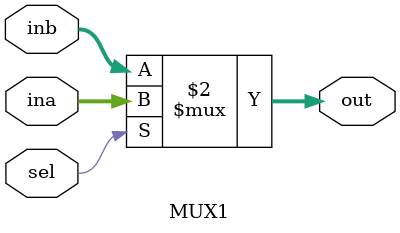
<source format=v>
`timescale 1ns / 1ps


module MUX1(
    input sel,
    input [7:0] ina,inb,
    output [7:0] out
    );
    assign out = (sel==1) ? ina : inb;
endmodule

</source>
